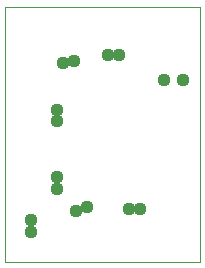
<source format=gbs>
G75*
%MOIN*%
%OFA0B0*%
%FSLAX24Y24*%
%IPPOS*%
%LPD*%
%AMOC8*
5,1,8,0,0,1.08239X$1,22.5*
%
%ADD10C,0.0000*%
%ADD11C,0.0437*%
D10*
X002392Y002517D02*
X002392Y011017D01*
X008892Y011017D01*
X008892Y002517D01*
X002392Y002517D01*
D11*
X003267Y003517D03*
X003267Y003892D03*
X004142Y004954D03*
X004142Y005329D03*
X004767Y004204D03*
X005142Y004329D03*
X006517Y004267D03*
X006892Y004267D03*
X004142Y007204D03*
X004142Y007579D03*
X004329Y009142D03*
X004704Y009204D03*
X005829Y009392D03*
X006204Y009392D03*
X007704Y008579D03*
X008329Y008579D03*
M02*

</source>
